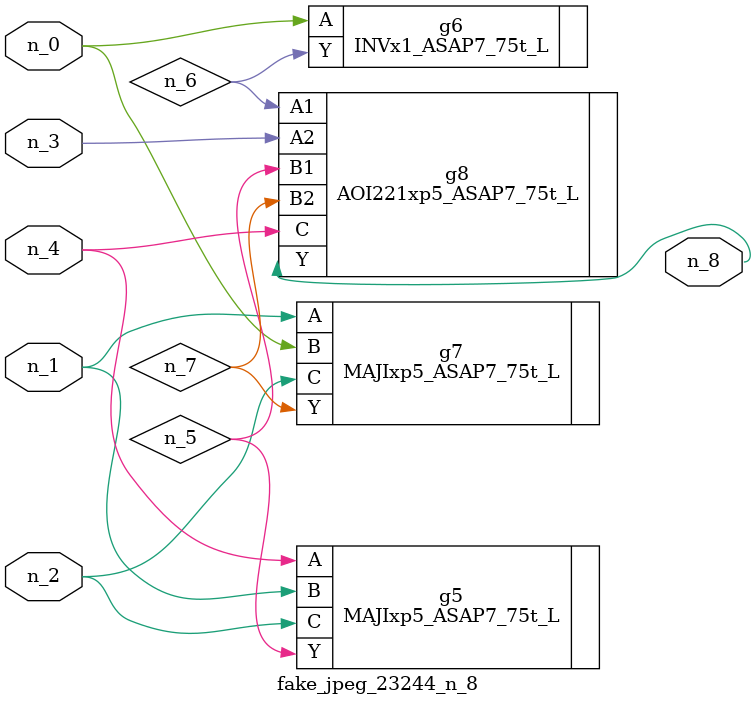
<source format=v>
module fake_jpeg_23244_n_8 (n_3, n_2, n_1, n_0, n_4, n_8);

input n_3;
input n_2;
input n_1;
input n_0;
input n_4;

output n_8;

wire n_6;
wire n_5;
wire n_7;

MAJIxp5_ASAP7_75t_L g5 ( 
.A(n_4),
.B(n_1),
.C(n_2),
.Y(n_5)
);

INVx1_ASAP7_75t_L g6 ( 
.A(n_0),
.Y(n_6)
);

MAJIxp5_ASAP7_75t_L g7 ( 
.A(n_1),
.B(n_0),
.C(n_2),
.Y(n_7)
);

AOI221xp5_ASAP7_75t_L g8 ( 
.A1(n_6),
.A2(n_3),
.B1(n_5),
.B2(n_7),
.C(n_4),
.Y(n_8)
);


endmodule
</source>
